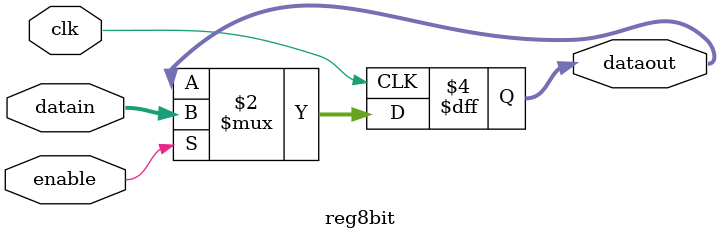
<source format=v>
module reg8bit (
    input enable,
    input clk,
    input [7:0] datain,
    output reg [7:0] dataout
);

    always @(posedge clk) begin
        if (enable) begin
            dataout <= datain;
        end
    end

endmodule

</source>
